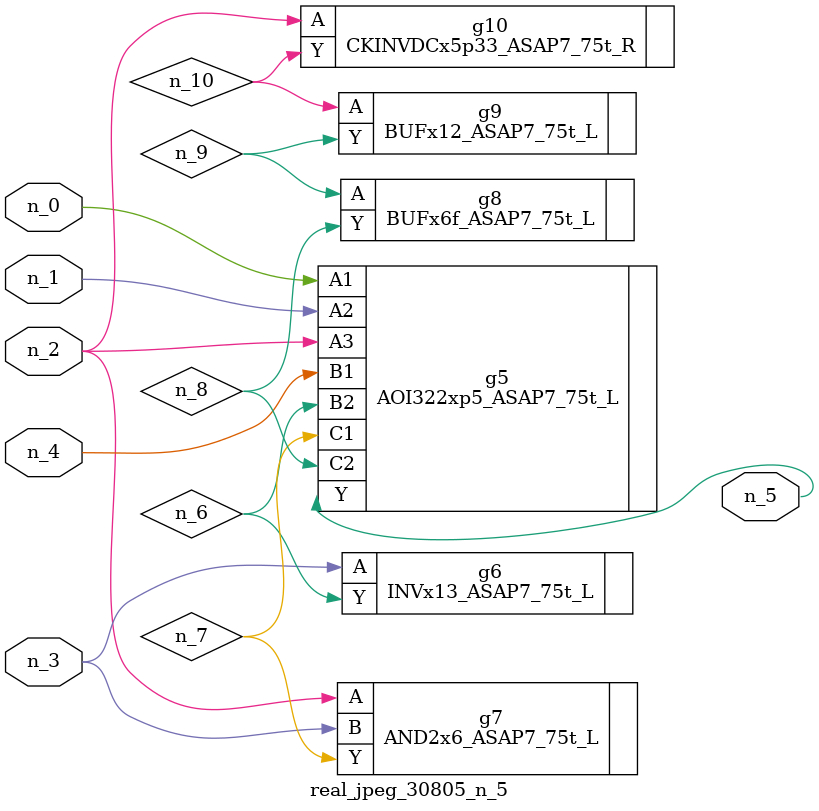
<source format=v>
module real_jpeg_30805_n_5 (n_4, n_0, n_1, n_2, n_3, n_5);

input n_4;
input n_0;
input n_1;
input n_2;
input n_3;

output n_5;

wire n_8;
wire n_6;
wire n_7;
wire n_10;
wire n_9;

AOI322xp5_ASAP7_75t_L g5 ( 
.A1(n_0),
.A2(n_1),
.A3(n_2),
.B1(n_4),
.B2(n_6),
.C1(n_7),
.C2(n_8),
.Y(n_5)
);

AND2x6_ASAP7_75t_L g7 ( 
.A(n_2),
.B(n_3),
.Y(n_7)
);

CKINVDCx5p33_ASAP7_75t_R g10 ( 
.A(n_2),
.Y(n_10)
);

INVx13_ASAP7_75t_L g6 ( 
.A(n_3),
.Y(n_6)
);

BUFx6f_ASAP7_75t_L g8 ( 
.A(n_9),
.Y(n_8)
);

BUFx12_ASAP7_75t_L g9 ( 
.A(n_10),
.Y(n_9)
);


endmodule
</source>
